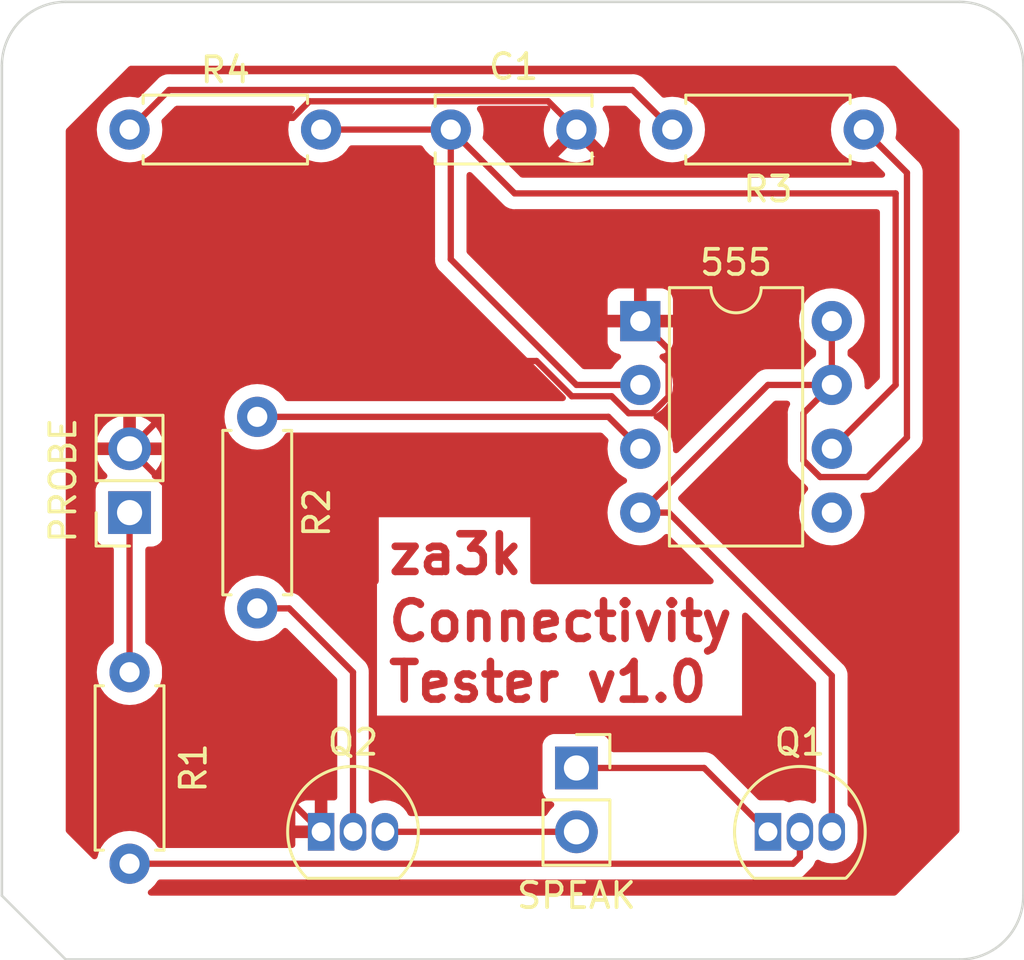
<source format=kicad_pcb>
(kicad_pcb (version 20221018) (generator pcbnew)
  (layers (0 "F.Cu" signal) (31 "B.Cu" signal) (34 "B.Paste" user) (35 "F.Paste" user) (36 "B.SilkS" user "B.Silkscreen") (37 "F.SilkS" user "F.Silkscreen") (38 "B.Mask" user) (39 "F.Mask" user) (44 "Edge.Cuts" user))
  (net 0 "")
  (net 1 "Net-(U1-THRES)")
  (net 2 "GND")
  (net 3 "Net-(J1-Pin_1)")
  (net 4 "+9V")
  (net 5 "Net-(Q1-B)")
  (net 6 "Net-(Q1-C)")
  (net 7 "Net-(Q2-B)")
  (net 8 "Net-(Q2-C)")
  (net 9 "Net-(U1-OUT)")
  (net 10 "Net-(R3-Pad2)")
  (footprint "Resistor_THT:R_Axial_DIN0207_L6.3mm_D2.5mm_P7.62mm_Horizontal" (layer "F.Cu") (at 46.99 20.32 180)
    (fp_text reference "R3" (at 3.81 -2.37) (layer "F.SilkS"))
    (fp_text value "100")
    (fp_line (start 0.54 -1.37) (end 7.08 -1.37) (stroke (width 0.12)) (layer "F.SilkS"))
    (fp_line (start 0.54 -1.04) (end 0.54 -1.37) (stroke (width 0.12)) (layer "F.SilkS"))
    (fp_line (start 0.54 1.04) (end 0.54 1.37) (stroke (width 0.12)) (layer "F.SilkS"))
    (fp_line (start 0.54 1.37) (end 7.08 1.37) (stroke (width 0.12)) (layer "F.SilkS"))
    (fp_line (start 7.08 -1.37) (end 7.08 -1.04) (stroke (width 0.12)) (layer "F.SilkS"))
    (fp_line (start 7.08 1.37) (end 7.08 1.04) (stroke (width 0.12)) (layer "F.SilkS"))
    (pad "1" thru_hole circle (at 0 0 180) (size 1.6 1.6) (drill 0.8) (layers "*.Cu" "*.Mask") (net 6 "Net-(Q1-C)"))
    (pad "2" thru_hole oval (at 7.62 0 180) (size 1.6 1.6) (drill 0.8) (layers "*.Cu" "*.Mask") (net 10 "Net-(R3-Pad2)"))
  )
  (footprint "Package_TO_SOT_THT:TO-92_Inline" (layer "F.Cu") (at 43.18 48.26)
    (fp_text reference "Q1" (at 1.27 -3.56) (layer "F.SilkS"))
    (fp_text value "2N3906")
    (fp_line (start -0.53 1.85) (end 3.07 1.85) (stroke (width 0.12)) (layer "F.SilkS"))
    (fp_arc (start -0.568478 1.838478) (mid -1.132087 -0.994977) (end 1.27 -2.6) (stroke (width 0.12)) (layer "F.SilkS"))
    (fp_arc (start 1.27 -2.6) (mid 3.672087 -0.994977) (end 3.108478 1.838478) (stroke (width 0.12)) (layer "F.SilkS"))
    (pad "1" thru_hole rect (at 0 0) (size 1.05 1.5) (drill 0.75) (layers "*.Cu" "*.Mask") (net 4 "+9V"))
    (pad "2" thru_hole oval (at 1.27 0) (size 1.05 1.5) (drill 0.75) (layers "*.Cu" "*.Mask") (net 5 "Net-(Q1-B)"))
    (pad "3" thru_hole oval (at 2.54 0) (size 1.05 1.5) (drill 0.75) (layers "*.Cu" "*.Mask") (net 6 "Net-(Q1-C)"))
  )
  (footprint "Connector_PinSocket_2.54mm:PinSocket_1x02_P2.54mm_Vertical" (layer "F.Cu") (at 17.78 35.56 180)
    (fp_text reference "PROBE" (at 2.645833 1.285727 270) (layer "F.SilkS"))
    (fp_text value "Probes")
    (fp_line (start -1.33 1.27) (end -1.33 3.87) (stroke (width 0.12)) (layer "F.SilkS"))
    (fp_line (start -1.33 1.27) (end 1.33 1.27) (stroke (width 0.12)) (layer "F.SilkS"))
    (fp_line (start -1.33 3.87) (end 1.33 3.87) (stroke (width 0.12)) (layer "F.SilkS"))
    (fp_line (start 0 -1.33) (end 1.33 -1.33) (stroke (width 0.12)) (layer "F.SilkS"))
    (fp_line (start 1.33 -1.33) (end 1.33 0) (stroke (width 0.12)) (layer "F.SilkS"))
    (fp_line (start 1.33 1.27) (end 1.33 3.87) (stroke (width 0.12)) (layer "F.SilkS"))
    (pad "1" thru_hole rect (at 0 0 180) (size 1.7 1.7) (drill 1) (layers "*.Cu" "*.Mask") (net 3 "Net-(J1-Pin_1)"))
    (pad "2" thru_hole oval (at 0 2.54 180) (size 1.7 1.7) (drill 1) (layers "*.Cu" "*.Mask") (net 2 "GND"))
  )
  (footprint "Capacitor_THT:C_Disc_D6.0mm_W2.5mm_P5.00mm" (layer "F.Cu") (at 30.56 20.32)
    (fp_text reference "C1" (at 2.5 -2.5) (layer "F.SilkS"))
    (fp_text value "100nF")
    (fp_line (start -0.62 -1.37) (end -0.62 -0.925) (stroke (width 0.12)) (layer "F.SilkS"))
    (fp_line (start -0.62 -1.37) (end 5.62 -1.37) (stroke (width 0.12)) (layer "F.SilkS"))
    (fp_line (start -0.62 0.925) (end -0.62 1.37) (stroke (width 0.12)) (layer "F.SilkS"))
    (fp_line (start -0.62 1.37) (end 5.62 1.37) (stroke (width 0.12)) (layer "F.SilkS"))
    (fp_line (start 5.62 -1.37) (end 5.62 -0.925) (stroke (width 0.12)) (layer "F.SilkS"))
    (fp_line (start 5.62 0.925) (end 5.62 1.37) (stroke (width 0.12)) (layer "F.SilkS"))
    (pad "1" thru_hole circle (at 0 0) (size 1.6 1.6) (drill 0.8) (layers "*.Cu" "*.Mask") (net 1 "Net-(U1-THRES)"))
    (pad "2" thru_hole circle (at 5 0) (size 1.6 1.6) (drill 0.8) (layers "*.Cu" "*.Mask") (net 2 "GND"))
  )
  (footprint "Package_DIP:DIP-8_W7.62mm" (layer "F.Cu") (at 38.1 27.94)
    (fp_text reference "555" (at 3.81 -2.33) (layer "F.SilkS"))
    (fp_text value "~")
    (fp_line (start 1.16 -1.33) (end 1.16 8.95) (stroke (width 0.12)) (layer "F.SilkS"))
    (fp_line (start 1.16 8.95) (end 6.46 8.95) (stroke (width 0.12)) (layer "F.SilkS"))
    (fp_line (start 2.81 -1.33) (end 1.16 -1.33) (stroke (width 0.12)) (layer "F.SilkS"))
    (fp_line (start 6.46 -1.33) (end 4.81 -1.33) (stroke (width 0.12)) (layer "F.SilkS"))
    (fp_line (start 6.46 8.95) (end 6.46 -1.33) (stroke (width 0.12)) (layer "F.SilkS"))
    (fp_arc (start 4.81 -1.33) (mid 3.81 -0.33) (end 2.81 -1.33) (stroke (width 0.12)) (layer "F.SilkS"))
    (pad "1" thru_hole rect (at 0 0) (size 1.6 1.6) (drill 0.8) (layers "*.Cu" "*.Mask") (net 2 "GND"))
    (pad "2" thru_hole oval (at 0 2.54) (size 1.6 1.6) (drill 0.8) (layers "*.Cu" "*.Mask") (net 1 "Net-(U1-THRES)"))
    (pad "3" thru_hole oval (at 0 5.08) (size 1.6 1.6) (drill 0.8) (layers "*.Cu" "*.Mask") (net 9 "Net-(U1-OUT)"))
    (pad "4" thru_hole oval (at 0 7.62) (size 1.6 1.6) (drill 0.8) (layers "*.Cu" "*.Mask") (net 6 "Net-(Q1-C)"))
    (pad "5" thru_hole oval (at 7.62 7.62) (size 1.6 1.6) (drill 0.8) (layers "*.Cu" "*.Mask"))
    (pad "6" thru_hole oval (at 7.62 5.08) (size 1.6 1.6) (drill 0.8) (layers "*.Cu" "*.Mask") (net 1 "Net-(U1-THRES)"))
    (pad "7" thru_hole oval (at 7.62 2.54) (size 1.6 1.6) (drill 0.8) (layers "*.Cu" "*.Mask") (net 6 "Net-(Q1-C)"))
    (pad "8" thru_hole oval (at 7.62 0) (size 1.6 1.6) (drill 0.8) (layers "*.Cu" "*.Mask") (net 6 "Net-(Q1-C)"))
  )
  (footprint "Connector_PinSocket_2.54mm:PinSocket_1x02_P2.54mm_Vertical" (layer "F.Cu") (at 35.56 45.72)
    (fp_text reference "SPEAK" (at 0 5.08) (layer "F.SilkS"))
    (fp_text value "Speaker")
    (fp_line (start -1.33 1.27) (end -1.33 3.87) (stroke (width 0.12)) (layer "F.SilkS"))
    (fp_line (start -1.33 1.27) (end 1.33 1.27) (stroke (width 0.12)) (layer "F.SilkS"))
    (fp_line (start -1.33 3.87) (end 1.33 3.87) (stroke (width 0.12)) (layer "F.SilkS"))
    (fp_line (start 0 -1.33) (end 1.33 -1.33) (stroke (width 0.12)) (layer "F.SilkS"))
    (fp_line (start 1.33 -1.33) (end 1.33 0) (stroke (width 0.12)) (layer "F.SilkS"))
    (fp_line (start 1.33 1.27) (end 1.33 3.87) (stroke (width 0.12)) (layer "F.SilkS"))
    (pad "1" thru_hole rect (at 0 0) (size 1.7 1.7) (drill 1) (layers "*.Cu" "*.Mask") (net 4 "+9V"))
    (pad "2" thru_hole oval (at 0 2.54) (size 1.7 1.7) (drill 1) (layers "*.Cu" "*.Mask") (net 8 "Net-(Q2-C)"))
  )
  (footprint "Resistor_THT:R_Axial_DIN0207_L6.3mm_D2.5mm_P7.62mm_Horizontal" (layer "F.Cu") (at 22.86 31.75 -90)
    (fp_text reference "R2" (at 3.81 -2.37 90) (layer "F.SilkS"))
    (fp_text value "100")
    (fp_line (start 0.54 -1.37) (end 7.08 -1.37) (stroke (width 0.12)) (layer "F.SilkS"))
    (fp_line (start 0.54 -1.04) (end 0.54 -1.37) (stroke (width 0.12)) (layer "F.SilkS"))
    (fp_line (start 0.54 1.04) (end 0.54 1.37) (stroke (width 0.12)) (layer "F.SilkS"))
    (fp_line (start 0.54 1.37) (end 7.08 1.37) (stroke (width 0.12)) (layer "F.SilkS"))
    (fp_line (start 7.08 -1.37) (end 7.08 -1.04) (stroke (width 0.12)) (layer "F.SilkS"))
    (fp_line (start 7.08 1.37) (end 7.08 1.04) (stroke (width 0.12)) (layer "F.SilkS"))
    (pad "1" thru_hole circle (at 0 0 270) (size 1.6 1.6) (drill 0.8) (layers "*.Cu" "*.Mask") (net 9 "Net-(U1-OUT)"))
    (pad "2" thru_hole oval (at 7.62 0 270) (size 1.6 1.6) (drill 0.8) (layers "*.Cu" "*.Mask") (net 7 "Net-(Q2-B)"))
  )
  (footprint "Package_TO_SOT_THT:TO-92_Inline" (layer "F.Cu") (at 25.4 48.26)
    (fp_text reference "Q2" (at 1.27 -3.56) (layer "F.SilkS"))
    (fp_text value "2N3904")
    (fp_line (start -0.53 1.85) (end 3.07 1.85) (stroke (width 0.12)) (layer "F.SilkS"))
    (fp_arc (start -0.568478 1.838478) (mid -1.132087 -0.994977) (end 1.27 -2.6) (stroke (width 0.12)) (layer "F.SilkS"))
    (fp_arc (start 1.27 -2.6) (mid 3.672087 -0.994977) (end 3.108478 1.838478) (stroke (width 0.12)) (layer "F.SilkS"))
    (pad "1" thru_hole rect (at 0 0) (size 1.05 1.5) (drill 0.75) (layers "*.Cu" "*.Mask") (net 2 "GND"))
    (pad "2" thru_hole oval (at 1.27 0) (size 1.05 1.5) (drill 0.75) (layers "*.Cu" "*.Mask") (net 7 "Net-(Q2-B)"))
    (pad "3" thru_hole oval (at 2.54 0) (size 1.05 1.5) (drill 0.75) (layers "*.Cu" "*.Mask") (net 8 "Net-(Q2-C)"))
  )
  (footprint "Resistor_THT:R_Axial_DIN0207_L6.3mm_D2.5mm_P7.62mm_Horizontal" (layer "F.Cu") (at 17.78 20.32)
    (fp_text reference "R4" (at 3.81 -2.37) (layer "F.SilkS"))
    (fp_text value "10k")
    (fp_line (start 0.54 -1.37) (end 7.08 -1.37) (stroke (width 0.12)) (layer "F.SilkS"))
    (fp_line (start 0.54 -1.04) (end 0.54 -1.37) (stroke (width 0.12)) (layer "F.SilkS"))
    (fp_line (start 0.54 1.04) (end 0.54 1.37) (stroke (width 0.12)) (layer "F.SilkS"))
    (fp_line (start 0.54 1.37) (end 7.08 1.37) (stroke (width 0.12)) (layer "F.SilkS"))
    (fp_line (start 7.08 -1.37) (end 7.08 -1.04) (stroke (width 0.12)) (layer "F.SilkS"))
    (fp_line (start 7.08 1.37) (end 7.08 1.04) (stroke (width 0.12)) (layer "F.SilkS"))
    (pad "1" thru_hole circle (at 0 0) (size 1.6 1.6) (drill 0.8) (layers "*.Cu" "*.Mask") (net 10 "Net-(R3-Pad2)"))
    (pad "2" thru_hole oval (at 7.62 0) (size 1.6 1.6) (drill 0.8) (layers "*.Cu" "*.Mask") (net 1 "Net-(U1-THRES)"))
  )
  (footprint "Resistor_THT:R_Axial_DIN0207_L6.3mm_D2.5mm_P7.62mm_Horizontal" (layer "F.Cu") (at 17.78 49.53 90)
    (fp_text reference "R1" (at 3.81 2.54 90) (layer "F.SilkS"))
    (fp_text value "1k")
    (fp_line (start 0.54 -1.37) (end 7.08 -1.37) (stroke (width 0.12)) (layer "F.SilkS"))
    (fp_line (start 0.54 -1.04) (end 0.54 -1.37) (stroke (width 0.12)) (layer "F.SilkS"))
    (fp_line (start 0.54 1.04) (end 0.54 1.37) (stroke (width 0.12)) (layer "F.SilkS"))
    (fp_line (start 0.54 1.37) (end 7.08 1.37) (stroke (width 0.12)) (layer "F.SilkS"))
    (fp_line (start 7.08 -1.37) (end 7.08 -1.04) (stroke (width 0.12)) (layer "F.SilkS"))
    (fp_line (start 7.08 1.37) (end 7.08 1.04) (stroke (width 0.12)) (layer "F.SilkS"))
    (pad "1" thru_hole circle (at 0 0 90) (size 1.6 1.6) (drill 0.8) (layers "*.Cu" "*.Mask") (net 5 "Net-(Q1-B)"))
    (pad "2" thru_hole oval (at 7.62 0 90) (size 1.6 1.6) (drill 0.8) (layers "*.Cu" "*.Mask") (net 3 "Net-(J1-Pin_1)"))
  )
  (gr_line (start 12.7 50.8) (end 12.7 17.78) (stroke (width 0.1)) (layer "Edge.Cuts"))
  (gr_line (start 50.8 53.34) (end 15.24 53.34) (stroke (width 0.1)) (layer "Edge.Cuts"))
  (gr_line (start 15.24 53.34) (end 12.7 50.8) (stroke (width 0.1)) (layer "Edge.Cuts"))
  (gr_line (start 15.24 15.24) (end 50.8 15.24) (stroke (width 0.1)) (layer "Edge.Cuts"))
  (gr_arc (start 53.34 50.8) (mid 52.596051 52.596051) (end 50.8 53.34) (stroke (width 0.1)) (layer "Edge.Cuts"))
  (gr_arc (start 50.8 15.24) (mid 52.596051 15.983949) (end 53.34 17.78) (stroke (width 0.1)) (layer "Edge.Cuts"))
  (gr_arc (start 12.7 17.78) (mid 13.443949 15.983949) (end 15.24 15.24) (stroke (width 0.1)) (layer "Edge.Cuts"))
  (gr_line (start 53.34 17.78) (end 53.34 50.8) (stroke (width 0.1)) (layer "Edge.Cuts"))
  (gr_text "za3k" (at 27.94 38.1) (layer "F.Cu") (effects (font (size 1.5 1.5) (thickness 0.3) bold) (justify left bottom)))
  (gr_text "Connectivity\nTester v1.0" (at 27.94 43.18) (layer "F.Cu") (effects (font (size 1.5 1.5) (thickness 0.3) bold) (justify left bottom)))
  (segment (start 30.56 25.48) (end 35.56 30.48) (width 0.25) (layer "F.Cu") (net 1))
  (segment (start 48.26 30.48) (end 45.72 33.02) (width 0.25) (layer "F.Cu") (net 1))
  (segment (start 30.56 20.32) (end 33.1 22.86) (width 0.25) (layer "F.Cu") (net 1))
  (segment (start 33.1 22.86) (end 48.26 22.86) (width 0.25) (layer "F.Cu") (net 1))
  (segment (start 48.26 22.86) (end 48.26 30.48) (width 0.25) (layer "F.Cu") (net 1))
  (segment (start 30.56 20.32) (end 30.56 25.48) (width 0.25) (layer "F.Cu") (net 1))
  (segment (start 35.56 30.48) (end 38.1 30.48) (width 0.25) (layer "F.Cu") (net 1))
  (segment (start 25.4 20.32) (end 30.56 20.32) (width 0.25) (layer "F.Cu") (net 1))
  (segment (start 19.195 34.435) (end 19.195 42.055) (width 0.25) (layer "F.Cu") (net 2))
  (segment (start 20.32 30.48) (end 20.32 22.385495) (width 0.25) (layer "F.Cu") (net 2))
  (segment (start 36.959009 30.93) (end 37.634009 31.605) (width 0.25) (layer "F.Cu") (net 2))
  (segment (start 24.934009 19.195) (end 34.435 19.195) (width 0.25) (layer "F.Cu") (net 2))
  (segment (start 35.373604 30.93) (end 36.959009 30.93) (width 0.25) (layer "F.Cu") (net 2))
  (segment (start 24.275 19.854009) (end 24.934009 19.195) (width 0.25) (layer "F.Cu") (net 2))
  (segment (start 39.225 30.945991) (end 39.225 29.065) (width 0.25) (layer "F.Cu") (net 2))
  (segment (start 33.971802 29.528198) (end 35.373604 30.93) (width 0.25) (layer "F.Cu") (net 2))
  (segment (start 20.32 22.385495) (end 22.851486 19.854009) (width 0.25) (layer "F.Cu") (net 2))
  (segment (start 17.78 33.02) (end 20.32 30.48) (width 0.25) (layer "F.Cu") (net 2))
  (segment (start 38.565991 31.605) (end 39.225 30.945991) (width 0.25) (layer "F.Cu") (net 2))
  (segment (start 17.78 33.02) (end 19.195 34.435) (width 0.25) (layer "F.Cu") (net 2))
  (segment (start 37.634009 31.605) (end 38.565991 31.605) (width 0.25) (layer "F.Cu") (net 2))
  (segment (start 34.435 19.195) (end 35.56 20.32) (width 0.25) (layer "F.Cu") (net 2))
  (segment (start 22.851486 19.854009) (end 24.275 19.854009) (width 0.25) (layer "F.Cu") (net 2))
  (segment (start 39.225 29.065) (end 38.1 27.94) (width 0.25) (layer "F.Cu") (net 2))
  (segment (start 17.78 33.02) (end 21.271802 29.528198) (width 0.25) (layer "F.Cu") (net 2))
  (segment (start 21.271802 29.528198) (end 33.971802 29.528198) (width 0.25) (layer "F.Cu") (net 2))
  (segment (start 19.195 42.055) (end 25.4 48.26) (width 0.25) (layer "F.Cu") (net 2))
  (segment (start 17.78 35.56) (end 17.78 41.91) (width 0.25) (layer "F.Cu") (net 3))
  (segment (start 40.64 45.72) (end 43.18 48.26) (width 0.25) (layer "F.Cu") (net 4))
  (segment (start 35.56 45.72) (end 40.64 45.72) (width 0.25) (layer "F.Cu") (net 4))
  (segment (start 17.78 49.53) (end 44.18 49.53) (width 0.25) (layer "F.Cu") (net 5))
  (segment (start 44.45 49.26) (end 44.45 48.26) (width 0.25) (layer "F.Cu") (net 5))
  (segment (start 44.18 49.53) (end 44.45 49.26) (width 0.25) (layer "F.Cu") (net 5))
  (segment (start 45.72 27.94) (end 45.72 30.48) (width 0.25) (layer "F.Cu") (net 6))
  (segment (start 48.71 22.04) (end 46.99 20.32) (width 0.25) (layer "F.Cu") (net 6))
  (segment (start 44.595 33.485991) (end 45.254009 34.145) (width 0.25) (layer "F.Cu") (net 6))
  (segment (start 39.23137 35.56) (end 45.72 42.04863) (width 0.25) (layer "F.Cu") (net 6))
  (segment (start 38.1 35.56) (end 39.23137 35.56) (width 0.25) (layer "F.Cu") (net 6))
  (segment (start 44.595 31.605) (end 44.595 33.485991) (width 0.25) (layer "F.Cu") (net 6))
  (segment (start 45.254009 34.145) (end 47.135 34.145) (width 0.25) (layer "F.Cu") (net 6))
  (segment (start 47.135 34.145) (end 48.71 32.57) (width 0.25) (layer "F.Cu") (net 6))
  (segment (start 48.71 32.57) (end 48.71 22.04) (width 0.25) (layer "F.Cu") (net 6))
  (segment (start 43.18 30.48) (end 38.1 35.56) (width 0.25) (layer "F.Cu") (net 6))
  (segment (start 45.72 42.04863) (end 45.72 48.26) (width 0.25) (layer "F.Cu") (net 6))
  (segment (start 45.72 30.48) (end 43.18 30.48) (width 0.25) (layer "F.Cu") (net 6))
  (segment (start 45.72 30.48) (end 44.595 31.605) (width 0.25) (layer "F.Cu") (net 6))
  (segment (start 22.86 39.37) (end 24.13 39.37) (width 0.25) (layer "F.Cu") (net 7))
  (segment (start 24.13 39.37) (end 26.67 41.91) (width 0.25) (layer "F.Cu") (net 7))
  (segment (start 26.67 41.91) (end 26.67 48.26) (width 0.25) (layer "F.Cu") (net 7))
  (segment (start 27.94 48.26) (end 35.56 48.26) (width 0.25) (layer "F.Cu") (net 8))
  (segment (start 22.86 31.75) (end 36.83 31.75) (width 0.25) (layer "F.Cu") (net 9))
  (segment (start 36.83 31.75) (end 38.1 33.02) (width 0.25) (layer "F.Cu") (net 9))
  (segment (start 37.795 18.745) (end 19.355 18.745) (width 0.25) (layer "F.Cu") (net 10))
  (segment (start 39.37 20.32) (end 37.795 18.745) (width 0.25) (layer "F.Cu") (net 10))
  (segment (start 19.355 18.745) (end 17.78 20.32) (width 0.25) (layer "F.Cu") (net 10))
  (zone (net 2) (net_name "GND") (layer "F.Cu") (connect_pads (clearance 0.5)) (min_thickness 0.25) (fill yes (thermal_gap 0.5) (thermal_bridge_width 0.5))
    (polygon (pts (xy 48.26 17.78) (xy 50.8 20.32) (xy 50.8 48.26) (xy 48.26 50.8) (xy 17.78 50.8) (xy 15.24 48.26) (xy 15.24 20.32) (xy 17.78 17.78)))
  )
)
</source>
